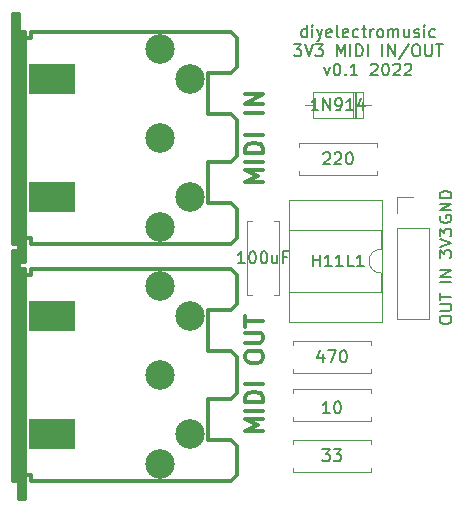
<source format=gbr>
%TF.GenerationSoftware,KiCad,Pcbnew,(6.0.5)*%
%TF.CreationDate,2022-08-17T10:56:12+01:00*%
%TF.ProjectId,MIDIModule3V3,4d494449-4d6f-4647-956c-653356332e6b,rev?*%
%TF.SameCoordinates,Original*%
%TF.FileFunction,Legend,Top*%
%TF.FilePolarity,Positive*%
%FSLAX46Y46*%
G04 Gerber Fmt 4.6, Leading zero omitted, Abs format (unit mm)*
G04 Created by KiCad (PCBNEW (6.0.5)) date 2022-08-17 10:56:12*
%MOMM*%
%LPD*%
G01*
G04 APERTURE LIST*
%ADD10C,0.150000*%
%ADD11C,0.304800*%
%ADD12C,0.120000*%
%ADD13C,2.499360*%
%ADD14R,4.000000X2.500000*%
G04 APERTURE END LIST*
D10*
X132477523Y-66152380D02*
X132477523Y-65152380D01*
X132477523Y-66104761D02*
X132382285Y-66152380D01*
X132191809Y-66152380D01*
X132096571Y-66104761D01*
X132048952Y-66057142D01*
X132001333Y-65961904D01*
X132001333Y-65676190D01*
X132048952Y-65580952D01*
X132096571Y-65533333D01*
X132191809Y-65485714D01*
X132382285Y-65485714D01*
X132477523Y-65533333D01*
X132953714Y-66152380D02*
X132953714Y-65485714D01*
X132953714Y-65152380D02*
X132906095Y-65200000D01*
X132953714Y-65247619D01*
X133001333Y-65200000D01*
X132953714Y-65152380D01*
X132953714Y-65247619D01*
X133334666Y-65485714D02*
X133572761Y-66152380D01*
X133810857Y-65485714D02*
X133572761Y-66152380D01*
X133477523Y-66390476D01*
X133429904Y-66438095D01*
X133334666Y-66485714D01*
X134572761Y-66104761D02*
X134477523Y-66152380D01*
X134287047Y-66152380D01*
X134191809Y-66104761D01*
X134144190Y-66009523D01*
X134144190Y-65628571D01*
X134191809Y-65533333D01*
X134287047Y-65485714D01*
X134477523Y-65485714D01*
X134572761Y-65533333D01*
X134620380Y-65628571D01*
X134620380Y-65723809D01*
X134144190Y-65819047D01*
X135191809Y-66152380D02*
X135096571Y-66104761D01*
X135048952Y-66009523D01*
X135048952Y-65152380D01*
X135953714Y-66104761D02*
X135858476Y-66152380D01*
X135668000Y-66152380D01*
X135572761Y-66104761D01*
X135525142Y-66009523D01*
X135525142Y-65628571D01*
X135572761Y-65533333D01*
X135668000Y-65485714D01*
X135858476Y-65485714D01*
X135953714Y-65533333D01*
X136001333Y-65628571D01*
X136001333Y-65723809D01*
X135525142Y-65819047D01*
X136858476Y-66104761D02*
X136763238Y-66152380D01*
X136572761Y-66152380D01*
X136477523Y-66104761D01*
X136429904Y-66057142D01*
X136382285Y-65961904D01*
X136382285Y-65676190D01*
X136429904Y-65580952D01*
X136477523Y-65533333D01*
X136572761Y-65485714D01*
X136763238Y-65485714D01*
X136858476Y-65533333D01*
X137144190Y-65485714D02*
X137525142Y-65485714D01*
X137287047Y-65152380D02*
X137287047Y-66009523D01*
X137334666Y-66104761D01*
X137429904Y-66152380D01*
X137525142Y-66152380D01*
X137858476Y-66152380D02*
X137858476Y-65485714D01*
X137858476Y-65676190D02*
X137906095Y-65580952D01*
X137953714Y-65533333D01*
X138048952Y-65485714D01*
X138144190Y-65485714D01*
X138620380Y-66152380D02*
X138525142Y-66104761D01*
X138477523Y-66057142D01*
X138429904Y-65961904D01*
X138429904Y-65676190D01*
X138477523Y-65580952D01*
X138525142Y-65533333D01*
X138620380Y-65485714D01*
X138763238Y-65485714D01*
X138858476Y-65533333D01*
X138906095Y-65580952D01*
X138953714Y-65676190D01*
X138953714Y-65961904D01*
X138906095Y-66057142D01*
X138858476Y-66104761D01*
X138763238Y-66152380D01*
X138620380Y-66152380D01*
X139382285Y-66152380D02*
X139382285Y-65485714D01*
X139382285Y-65580952D02*
X139429904Y-65533333D01*
X139525142Y-65485714D01*
X139668000Y-65485714D01*
X139763238Y-65533333D01*
X139810857Y-65628571D01*
X139810857Y-66152380D01*
X139810857Y-65628571D02*
X139858476Y-65533333D01*
X139953714Y-65485714D01*
X140096571Y-65485714D01*
X140191809Y-65533333D01*
X140239428Y-65628571D01*
X140239428Y-66152380D01*
X141144190Y-65485714D02*
X141144190Y-66152380D01*
X140715619Y-65485714D02*
X140715619Y-66009523D01*
X140763238Y-66104761D01*
X140858476Y-66152380D01*
X141001333Y-66152380D01*
X141096571Y-66104761D01*
X141144190Y-66057142D01*
X141572761Y-66104761D02*
X141668000Y-66152380D01*
X141858476Y-66152380D01*
X141953714Y-66104761D01*
X142001333Y-66009523D01*
X142001333Y-65961904D01*
X141953714Y-65866666D01*
X141858476Y-65819047D01*
X141715619Y-65819047D01*
X141620380Y-65771428D01*
X141572761Y-65676190D01*
X141572761Y-65628571D01*
X141620380Y-65533333D01*
X141715619Y-65485714D01*
X141858476Y-65485714D01*
X141953714Y-65533333D01*
X142429904Y-66152380D02*
X142429904Y-65485714D01*
X142429904Y-65152380D02*
X142382285Y-65200000D01*
X142429904Y-65247619D01*
X142477523Y-65200000D01*
X142429904Y-65152380D01*
X142429904Y-65247619D01*
X143334666Y-66104761D02*
X143239428Y-66152380D01*
X143048952Y-66152380D01*
X142953714Y-66104761D01*
X142906095Y-66057142D01*
X142858476Y-65961904D01*
X142858476Y-65676190D01*
X142906095Y-65580952D01*
X142953714Y-65533333D01*
X143048952Y-65485714D01*
X143239428Y-65485714D01*
X143334666Y-65533333D01*
X131406095Y-66762380D02*
X132025142Y-66762380D01*
X131691809Y-67143333D01*
X131834666Y-67143333D01*
X131929904Y-67190952D01*
X131977523Y-67238571D01*
X132025142Y-67333809D01*
X132025142Y-67571904D01*
X131977523Y-67667142D01*
X131929904Y-67714761D01*
X131834666Y-67762380D01*
X131548952Y-67762380D01*
X131453714Y-67714761D01*
X131406095Y-67667142D01*
X132310857Y-66762380D02*
X132644190Y-67762380D01*
X132977523Y-66762380D01*
X133215619Y-66762380D02*
X133834666Y-66762380D01*
X133501333Y-67143333D01*
X133644190Y-67143333D01*
X133739428Y-67190952D01*
X133787047Y-67238571D01*
X133834666Y-67333809D01*
X133834666Y-67571904D01*
X133787047Y-67667142D01*
X133739428Y-67714761D01*
X133644190Y-67762380D01*
X133358476Y-67762380D01*
X133263238Y-67714761D01*
X133215619Y-67667142D01*
X135025142Y-67762380D02*
X135025142Y-66762380D01*
X135358476Y-67476666D01*
X135691809Y-66762380D01*
X135691809Y-67762380D01*
X136168000Y-67762380D02*
X136168000Y-66762380D01*
X136644190Y-67762380D02*
X136644190Y-66762380D01*
X136882285Y-66762380D01*
X137025142Y-66810000D01*
X137120380Y-66905238D01*
X137168000Y-67000476D01*
X137215619Y-67190952D01*
X137215619Y-67333809D01*
X137168000Y-67524285D01*
X137120380Y-67619523D01*
X137025142Y-67714761D01*
X136882285Y-67762380D01*
X136644190Y-67762380D01*
X137644190Y-67762380D02*
X137644190Y-66762380D01*
X138882285Y-67762380D02*
X138882285Y-66762380D01*
X139358476Y-67762380D02*
X139358476Y-66762380D01*
X139929904Y-67762380D01*
X139929904Y-66762380D01*
X141120380Y-66714761D02*
X140263238Y-68000476D01*
X141644190Y-66762380D02*
X141834666Y-66762380D01*
X141929904Y-66810000D01*
X142025142Y-66905238D01*
X142072761Y-67095714D01*
X142072761Y-67429047D01*
X142025142Y-67619523D01*
X141929904Y-67714761D01*
X141834666Y-67762380D01*
X141644190Y-67762380D01*
X141548952Y-67714761D01*
X141453714Y-67619523D01*
X141406095Y-67429047D01*
X141406095Y-67095714D01*
X141453714Y-66905238D01*
X141548952Y-66810000D01*
X141644190Y-66762380D01*
X142501333Y-66762380D02*
X142501333Y-67571904D01*
X142548952Y-67667142D01*
X142596571Y-67714761D01*
X142691809Y-67762380D01*
X142882285Y-67762380D01*
X142977523Y-67714761D01*
X143025142Y-67667142D01*
X143072761Y-67571904D01*
X143072761Y-66762380D01*
X143406095Y-66762380D02*
X143977523Y-66762380D01*
X143691809Y-67762380D02*
X143691809Y-66762380D01*
X133953714Y-68705714D02*
X134191809Y-69372380D01*
X134429904Y-68705714D01*
X135001333Y-68372380D02*
X135096571Y-68372380D01*
X135191809Y-68420000D01*
X135239428Y-68467619D01*
X135287047Y-68562857D01*
X135334666Y-68753333D01*
X135334666Y-68991428D01*
X135287047Y-69181904D01*
X135239428Y-69277142D01*
X135191809Y-69324761D01*
X135096571Y-69372380D01*
X135001333Y-69372380D01*
X134906095Y-69324761D01*
X134858476Y-69277142D01*
X134810857Y-69181904D01*
X134763238Y-68991428D01*
X134763238Y-68753333D01*
X134810857Y-68562857D01*
X134858476Y-68467619D01*
X134906095Y-68420000D01*
X135001333Y-68372380D01*
X135763238Y-69277142D02*
X135810857Y-69324761D01*
X135763238Y-69372380D01*
X135715619Y-69324761D01*
X135763238Y-69277142D01*
X135763238Y-69372380D01*
X136763238Y-69372380D02*
X136191809Y-69372380D01*
X136477523Y-69372380D02*
X136477523Y-68372380D01*
X136382285Y-68515238D01*
X136287047Y-68610476D01*
X136191809Y-68658095D01*
X137906095Y-68467619D02*
X137953714Y-68420000D01*
X138048952Y-68372380D01*
X138287047Y-68372380D01*
X138382285Y-68420000D01*
X138429904Y-68467619D01*
X138477523Y-68562857D01*
X138477523Y-68658095D01*
X138429904Y-68800952D01*
X137858476Y-69372380D01*
X138477523Y-69372380D01*
X139096571Y-68372380D02*
X139191809Y-68372380D01*
X139287047Y-68420000D01*
X139334666Y-68467619D01*
X139382285Y-68562857D01*
X139429904Y-68753333D01*
X139429904Y-68991428D01*
X139382285Y-69181904D01*
X139334666Y-69277142D01*
X139287047Y-69324761D01*
X139191809Y-69372380D01*
X139096571Y-69372380D01*
X139001333Y-69324761D01*
X138953714Y-69277142D01*
X138906095Y-69181904D01*
X138858476Y-68991428D01*
X138858476Y-68753333D01*
X138906095Y-68562857D01*
X138953714Y-68467619D01*
X139001333Y-68420000D01*
X139096571Y-68372380D01*
X139810857Y-68467619D02*
X139858476Y-68420000D01*
X139953714Y-68372380D01*
X140191809Y-68372380D01*
X140287047Y-68420000D01*
X140334666Y-68467619D01*
X140382285Y-68562857D01*
X140382285Y-68658095D01*
X140334666Y-68800952D01*
X139763238Y-69372380D01*
X140382285Y-69372380D01*
X140763238Y-68467619D02*
X140810857Y-68420000D01*
X140906095Y-68372380D01*
X141144190Y-68372380D01*
X141239428Y-68420000D01*
X141287047Y-68467619D01*
X141334666Y-68562857D01*
X141334666Y-68658095D01*
X141287047Y-68800952D01*
X140715619Y-69372380D01*
X141334666Y-69372380D01*
X143724380Y-90154000D02*
X143724380Y-89963523D01*
X143772000Y-89868285D01*
X143867238Y-89773047D01*
X144057714Y-89725428D01*
X144391047Y-89725428D01*
X144581523Y-89773047D01*
X144676761Y-89868285D01*
X144724380Y-89963523D01*
X144724380Y-90154000D01*
X144676761Y-90249238D01*
X144581523Y-90344476D01*
X144391047Y-90392095D01*
X144057714Y-90392095D01*
X143867238Y-90344476D01*
X143772000Y-90249238D01*
X143724380Y-90154000D01*
X143724380Y-89296857D02*
X144533904Y-89296857D01*
X144629142Y-89249238D01*
X144676761Y-89201619D01*
X144724380Y-89106380D01*
X144724380Y-88915904D01*
X144676761Y-88820666D01*
X144629142Y-88773047D01*
X144533904Y-88725428D01*
X143724380Y-88725428D01*
X143724380Y-88392095D02*
X143724380Y-87820666D01*
X144724380Y-88106380D02*
X143724380Y-88106380D01*
X144724380Y-86883809D02*
X143724380Y-86883809D01*
X144724380Y-86407619D02*
X143724380Y-86407619D01*
X144724380Y-85836190D01*
X143724380Y-85836190D01*
X143772000Y-81279904D02*
X143724380Y-81375142D01*
X143724380Y-81518000D01*
X143772000Y-81660857D01*
X143867238Y-81756095D01*
X143962476Y-81803714D01*
X144152952Y-81851333D01*
X144295809Y-81851333D01*
X144486285Y-81803714D01*
X144581523Y-81756095D01*
X144676761Y-81660857D01*
X144724380Y-81518000D01*
X144724380Y-81422761D01*
X144676761Y-81279904D01*
X144629142Y-81232285D01*
X144295809Y-81232285D01*
X144295809Y-81422761D01*
X144724380Y-80803714D02*
X143724380Y-80803714D01*
X144724380Y-80232285D01*
X143724380Y-80232285D01*
X144724380Y-79756095D02*
X143724380Y-79756095D01*
X143724380Y-79518000D01*
X143772000Y-79375142D01*
X143867238Y-79279904D01*
X143962476Y-79232285D01*
X144152952Y-79184666D01*
X144295809Y-79184666D01*
X144486285Y-79232285D01*
X144581523Y-79279904D01*
X144676761Y-79375142D01*
X144724380Y-79518000D01*
X144724380Y-79756095D01*
X143724380Y-84804095D02*
X143724380Y-84185047D01*
X144105333Y-84518380D01*
X144105333Y-84375523D01*
X144152952Y-84280285D01*
X144200571Y-84232666D01*
X144295809Y-84185047D01*
X144533904Y-84185047D01*
X144629142Y-84232666D01*
X144676761Y-84280285D01*
X144724380Y-84375523D01*
X144724380Y-84661238D01*
X144676761Y-84756476D01*
X144629142Y-84804095D01*
X143724380Y-83899333D02*
X144724380Y-83566000D01*
X143724380Y-83232666D01*
X143724380Y-82994571D02*
X143724380Y-82375523D01*
X144105333Y-82708857D01*
X144105333Y-82566000D01*
X144152952Y-82470761D01*
X144200571Y-82423142D01*
X144295809Y-82375523D01*
X144533904Y-82375523D01*
X144629142Y-82423142D01*
X144676761Y-82470761D01*
X144724380Y-82566000D01*
X144724380Y-82851714D01*
X144676761Y-82946952D01*
X144629142Y-82994571D01*
%TO.C,U1*%
X133008952Y-85552380D02*
X133008952Y-84552380D01*
X133008952Y-85028571D02*
X133580380Y-85028571D01*
X133580380Y-85552380D02*
X133580380Y-84552380D01*
X134580380Y-85552380D02*
X134008952Y-85552380D01*
X134294666Y-85552380D02*
X134294666Y-84552380D01*
X134199428Y-84695238D01*
X134104190Y-84790476D01*
X134008952Y-84838095D01*
X135532761Y-85552380D02*
X134961333Y-85552380D01*
X135247047Y-85552380D02*
X135247047Y-84552380D01*
X135151809Y-84695238D01*
X135056571Y-84790476D01*
X134961333Y-84838095D01*
X136437523Y-85552380D02*
X135961333Y-85552380D01*
X135961333Y-84552380D01*
X137294666Y-85552380D02*
X136723238Y-85552380D01*
X137008952Y-85552380D02*
X137008952Y-84552380D01*
X136913714Y-84695238D01*
X136818476Y-84790476D01*
X136723238Y-84838095D01*
%TO.C,R4*%
X133858095Y-93003714D02*
X133858095Y-93670380D01*
X133620000Y-92622761D02*
X133381904Y-93337047D01*
X134000952Y-93337047D01*
X134286666Y-92670380D02*
X134953333Y-92670380D01*
X134524761Y-93670380D01*
X135524761Y-92670380D02*
X135620000Y-92670380D01*
X135715238Y-92718000D01*
X135762857Y-92765619D01*
X135810476Y-92860857D01*
X135858095Y-93051333D01*
X135858095Y-93289428D01*
X135810476Y-93479904D01*
X135762857Y-93575142D01*
X135715238Y-93622761D01*
X135620000Y-93670380D01*
X135524761Y-93670380D01*
X135429523Y-93622761D01*
X135381904Y-93575142D01*
X135334285Y-93479904D01*
X135286666Y-93289428D01*
X135286666Y-93051333D01*
X135334285Y-92860857D01*
X135381904Y-92765619D01*
X135429523Y-92718000D01*
X135524761Y-92670380D01*
%TO.C,R3*%
X134429523Y-97988380D02*
X133858095Y-97988380D01*
X134143809Y-97988380D02*
X134143809Y-96988380D01*
X134048571Y-97131238D01*
X133953333Y-97226476D01*
X133858095Y-97274095D01*
X135048571Y-96988380D02*
X135143809Y-96988380D01*
X135239047Y-97036000D01*
X135286666Y-97083619D01*
X135334285Y-97178857D01*
X135381904Y-97369333D01*
X135381904Y-97607428D01*
X135334285Y-97797904D01*
X135286666Y-97893142D01*
X135239047Y-97940761D01*
X135143809Y-97988380D01*
X135048571Y-97988380D01*
X134953333Y-97940761D01*
X134905714Y-97893142D01*
X134858095Y-97797904D01*
X134810476Y-97607428D01*
X134810476Y-97369333D01*
X134858095Y-97178857D01*
X134905714Y-97083619D01*
X134953333Y-97036000D01*
X135048571Y-96988380D01*
%TO.C,R2*%
X133810476Y-101052380D02*
X134429523Y-101052380D01*
X134096190Y-101433333D01*
X134239047Y-101433333D01*
X134334285Y-101480952D01*
X134381904Y-101528571D01*
X134429523Y-101623809D01*
X134429523Y-101861904D01*
X134381904Y-101957142D01*
X134334285Y-102004761D01*
X134239047Y-102052380D01*
X133953333Y-102052380D01*
X133858095Y-102004761D01*
X133810476Y-101957142D01*
X134762857Y-101052380D02*
X135381904Y-101052380D01*
X135048571Y-101433333D01*
X135191428Y-101433333D01*
X135286666Y-101480952D01*
X135334285Y-101528571D01*
X135381904Y-101623809D01*
X135381904Y-101861904D01*
X135334285Y-101957142D01*
X135286666Y-102004761D01*
X135191428Y-102052380D01*
X134905714Y-102052380D01*
X134810476Y-102004761D01*
X134762857Y-101957142D01*
%TO.C,R1*%
X133889904Y-76001619D02*
X133937523Y-75954000D01*
X134032761Y-75906380D01*
X134270857Y-75906380D01*
X134366095Y-75954000D01*
X134413714Y-76001619D01*
X134461333Y-76096857D01*
X134461333Y-76192095D01*
X134413714Y-76334952D01*
X133842285Y-76906380D01*
X134461333Y-76906380D01*
X134842285Y-76001619D02*
X134889904Y-75954000D01*
X134985142Y-75906380D01*
X135223238Y-75906380D01*
X135318476Y-75954000D01*
X135366095Y-76001619D01*
X135413714Y-76096857D01*
X135413714Y-76192095D01*
X135366095Y-76334952D01*
X134794666Y-76906380D01*
X135413714Y-76906380D01*
X136032761Y-75906380D02*
X136128000Y-75906380D01*
X136223238Y-75954000D01*
X136270857Y-76001619D01*
X136318476Y-76096857D01*
X136366095Y-76287333D01*
X136366095Y-76525428D01*
X136318476Y-76715904D01*
X136270857Y-76811142D01*
X136223238Y-76858761D01*
X136128000Y-76906380D01*
X136032761Y-76906380D01*
X135937523Y-76858761D01*
X135889904Y-76811142D01*
X135842285Y-76715904D01*
X135794666Y-76525428D01*
X135794666Y-76287333D01*
X135842285Y-76096857D01*
X135889904Y-76001619D01*
X135937523Y-75954000D01*
X136032761Y-75906380D01*
D11*
%TO.C,J2*%
X128784168Y-99495428D02*
X127260168Y-99495428D01*
X128348740Y-98987428D01*
X127260168Y-98479428D01*
X128784168Y-98479428D01*
X128784168Y-97753714D02*
X127260168Y-97753714D01*
X128784168Y-97028000D02*
X127260168Y-97028000D01*
X127260168Y-96665142D01*
X127332740Y-96447428D01*
X127477882Y-96302285D01*
X127623025Y-96229714D01*
X127913311Y-96157142D01*
X128131025Y-96157142D01*
X128421311Y-96229714D01*
X128566454Y-96302285D01*
X128711597Y-96447428D01*
X128784168Y-96665142D01*
X128784168Y-97028000D01*
X128784168Y-95504000D02*
X127260168Y-95504000D01*
X127260168Y-93326857D02*
X127260168Y-93036571D01*
X127332740Y-92891428D01*
X127477882Y-92746285D01*
X127768168Y-92673714D01*
X128276168Y-92673714D01*
X128566454Y-92746285D01*
X128711597Y-92891428D01*
X128784168Y-93036571D01*
X128784168Y-93326857D01*
X128711597Y-93472000D01*
X128566454Y-93617142D01*
X128276168Y-93689714D01*
X127768168Y-93689714D01*
X127477882Y-93617142D01*
X127332740Y-93472000D01*
X127260168Y-93326857D01*
X127260168Y-92020571D02*
X128493882Y-92020571D01*
X128639025Y-91948000D01*
X128711597Y-91875428D01*
X128784168Y-91730285D01*
X128784168Y-91440000D01*
X128711597Y-91294857D01*
X128639025Y-91222285D01*
X128493882Y-91149714D01*
X127260168Y-91149714D01*
X127260168Y-90641714D02*
X127260168Y-89770857D01*
X128784168Y-90206285D02*
X127260168Y-90206285D01*
%TO.C,J1*%
X128784168Y-78413428D02*
X127260168Y-78413428D01*
X128348740Y-77905428D01*
X127260168Y-77397428D01*
X128784168Y-77397428D01*
X128784168Y-76671714D02*
X127260168Y-76671714D01*
X128784168Y-75946000D02*
X127260168Y-75946000D01*
X127260168Y-75583142D01*
X127332740Y-75365428D01*
X127477882Y-75220285D01*
X127623025Y-75147714D01*
X127913311Y-75075142D01*
X128131025Y-75075142D01*
X128421311Y-75147714D01*
X128566454Y-75220285D01*
X128711597Y-75365428D01*
X128784168Y-75583142D01*
X128784168Y-75946000D01*
X128784168Y-74422000D02*
X127260168Y-74422000D01*
X128784168Y-72535142D02*
X127260168Y-72535142D01*
X128784168Y-71809428D02*
X127260168Y-71809428D01*
X128784168Y-70938571D01*
X127260168Y-70938571D01*
D10*
%TO.C,D1*%
X133461333Y-72334380D02*
X132889904Y-72334380D01*
X133175619Y-72334380D02*
X133175619Y-71334380D01*
X133080380Y-71477238D01*
X132985142Y-71572476D01*
X132889904Y-71620095D01*
X133889904Y-72334380D02*
X133889904Y-71334380D01*
X134461333Y-72334380D01*
X134461333Y-71334380D01*
X134985142Y-72334380D02*
X135175619Y-72334380D01*
X135270857Y-72286761D01*
X135318476Y-72239142D01*
X135413714Y-72096285D01*
X135461333Y-71905809D01*
X135461333Y-71524857D01*
X135413714Y-71429619D01*
X135366095Y-71382000D01*
X135270857Y-71334380D01*
X135080380Y-71334380D01*
X134985142Y-71382000D01*
X134937523Y-71429619D01*
X134889904Y-71524857D01*
X134889904Y-71762952D01*
X134937523Y-71858190D01*
X134985142Y-71905809D01*
X135080380Y-71953428D01*
X135270857Y-71953428D01*
X135366095Y-71905809D01*
X135413714Y-71858190D01*
X135461333Y-71762952D01*
X136413714Y-72334380D02*
X135842285Y-72334380D01*
X136128000Y-72334380D02*
X136128000Y-71334380D01*
X136032761Y-71477238D01*
X135937523Y-71572476D01*
X135842285Y-71620095D01*
X137270857Y-71667714D02*
X137270857Y-72334380D01*
X137032761Y-71286761D02*
X136794666Y-72001047D01*
X137413714Y-72001047D01*
%TO.C,C1*%
X127230380Y-85288380D02*
X126658952Y-85288380D01*
X126944666Y-85288380D02*
X126944666Y-84288380D01*
X126849428Y-84431238D01*
X126754190Y-84526476D01*
X126658952Y-84574095D01*
X127849428Y-84288380D02*
X127944666Y-84288380D01*
X128039904Y-84336000D01*
X128087523Y-84383619D01*
X128135142Y-84478857D01*
X128182761Y-84669333D01*
X128182761Y-84907428D01*
X128135142Y-85097904D01*
X128087523Y-85193142D01*
X128039904Y-85240761D01*
X127944666Y-85288380D01*
X127849428Y-85288380D01*
X127754190Y-85240761D01*
X127706571Y-85193142D01*
X127658952Y-85097904D01*
X127611333Y-84907428D01*
X127611333Y-84669333D01*
X127658952Y-84478857D01*
X127706571Y-84383619D01*
X127754190Y-84336000D01*
X127849428Y-84288380D01*
X128801809Y-84288380D02*
X128897047Y-84288380D01*
X128992285Y-84336000D01*
X129039904Y-84383619D01*
X129087523Y-84478857D01*
X129135142Y-84669333D01*
X129135142Y-84907428D01*
X129087523Y-85097904D01*
X129039904Y-85193142D01*
X128992285Y-85240761D01*
X128897047Y-85288380D01*
X128801809Y-85288380D01*
X128706571Y-85240761D01*
X128658952Y-85193142D01*
X128611333Y-85097904D01*
X128563714Y-84907428D01*
X128563714Y-84669333D01*
X128611333Y-84478857D01*
X128658952Y-84383619D01*
X128706571Y-84336000D01*
X128801809Y-84288380D01*
X129992285Y-84621714D02*
X129992285Y-85288380D01*
X129563714Y-84621714D02*
X129563714Y-85145523D01*
X129611333Y-85240761D01*
X129706571Y-85288380D01*
X129849428Y-85288380D01*
X129944666Y-85240761D01*
X129992285Y-85193142D01*
X130801809Y-84764571D02*
X130468476Y-84764571D01*
X130468476Y-85288380D02*
X130468476Y-84288380D01*
X130944666Y-84288380D01*
D12*
%TO.C,U1*%
X138754000Y-84100000D02*
G75*
G03*
X138754000Y-86100000I0J-1000000D01*
G01*
X138754000Y-87750000D02*
X138754000Y-86100000D01*
X130954000Y-90240000D02*
X138814000Y-90240000D01*
X130954000Y-79960000D02*
X130954000Y-90240000D01*
X131014000Y-82450000D02*
X131014000Y-87750000D01*
X131014000Y-87750000D02*
X138754000Y-87750000D01*
X138814000Y-79960000D02*
X130954000Y-79960000D01*
X138814000Y-90240000D02*
X138814000Y-79960000D01*
X138754000Y-82450000D02*
X131014000Y-82450000D01*
X138754000Y-84100000D02*
X138754000Y-82450000D01*
%TO.C,R4*%
X131350000Y-91848000D02*
X131350000Y-92178000D01*
X137890000Y-94588000D02*
X131350000Y-94588000D01*
X137890000Y-91848000D02*
X131350000Y-91848000D01*
X137890000Y-92178000D02*
X137890000Y-91848000D01*
X137890000Y-94258000D02*
X137890000Y-94588000D01*
X131350000Y-94588000D02*
X131350000Y-94258000D01*
%TO.C,R3*%
X137890000Y-98652000D02*
X137890000Y-98322000D01*
X131350000Y-95912000D02*
X137890000Y-95912000D01*
X131350000Y-98652000D02*
X137890000Y-98652000D01*
X131350000Y-98322000D02*
X131350000Y-98652000D01*
X131350000Y-96242000D02*
X131350000Y-95912000D01*
X137890000Y-95912000D02*
X137890000Y-96242000D01*
%TO.C,R2*%
X137890000Y-100230000D02*
X137890000Y-100560000D01*
X131350000Y-100560000D02*
X131350000Y-100230000D01*
X131350000Y-102640000D02*
X131350000Y-102970000D01*
X131350000Y-102970000D02*
X137890000Y-102970000D01*
X131350000Y-100230000D02*
X137890000Y-100230000D01*
X137890000Y-102970000D02*
X137890000Y-102640000D01*
%TO.C,R1*%
X138398000Y-77824000D02*
X138398000Y-77494000D01*
X131858000Y-75084000D02*
X138398000Y-75084000D01*
X131858000Y-77824000D02*
X138398000Y-77824000D01*
X131858000Y-77494000D02*
X131858000Y-77824000D01*
X131858000Y-75414000D02*
X131858000Y-75084000D01*
X138398000Y-75084000D02*
X138398000Y-75414000D01*
%TO.C,J3*%
X142808000Y-82306000D02*
X142808000Y-89986000D01*
X140148000Y-81036000D02*
X140148000Y-79706000D01*
X140148000Y-89986000D02*
X142808000Y-89986000D01*
X140148000Y-82306000D02*
X142808000Y-82306000D01*
X140148000Y-79706000D02*
X141478000Y-79706000D01*
X140148000Y-82306000D02*
X140148000Y-89986000D01*
D11*
%TO.C,J2*%
X108343700Y-85742780D02*
X108343700Y-105242360D01*
X108094780Y-103741220D02*
X108094780Y-85742780D01*
X107843320Y-84241640D02*
X107843320Y-103741220D01*
X126093220Y-85742780D02*
X109093000Y-85742780D01*
X126093220Y-85742780D02*
X126593600Y-86243160D01*
X126593600Y-86243160D02*
X126593600Y-88742520D01*
X126593600Y-88742520D02*
X126093220Y-89242900D01*
X126093220Y-89242900D02*
X124094240Y-89242900D01*
X124094240Y-89242900D02*
X124094240Y-92743020D01*
X126093220Y-103741220D02*
X109093000Y-103741220D01*
X126093220Y-103741220D02*
X126593600Y-103240840D01*
X126593600Y-103240840D02*
X126593600Y-101241860D01*
X126593600Y-101241860D02*
X126593600Y-100741480D01*
X126593600Y-100741480D02*
X126093220Y-100241100D01*
X126093220Y-100241100D02*
X124094240Y-100241100D01*
X124094240Y-100241100D02*
X124094240Y-96740980D01*
X126593600Y-93240860D02*
X126093220Y-92743020D01*
X126093220Y-92743020D02*
X124094240Y-92743020D01*
X126593600Y-93240860D02*
X126593600Y-96243140D01*
X126593600Y-96243140D02*
X126093220Y-96740980D01*
X126093220Y-96740980D02*
X124094240Y-96740980D01*
X108094780Y-105242360D02*
X108094780Y-103741220D01*
X108094780Y-103741220D02*
X107594400Y-103741220D01*
X107594400Y-103741220D02*
X107594400Y-84241640D01*
X108094780Y-84241640D02*
X108094780Y-85742780D01*
X108094780Y-85742780D02*
X108595160Y-85742780D01*
X108595160Y-85742780D02*
X108595160Y-105242360D01*
X109093000Y-103741220D02*
X109093000Y-103240840D01*
X109093000Y-85742780D02*
X109093000Y-86243160D01*
X108595160Y-103240840D02*
X109093000Y-103240840D01*
X109093000Y-86243160D02*
X108595160Y-86243160D01*
X107594400Y-84241640D02*
X108094780Y-84241640D01*
X108595160Y-105242360D02*
X108094780Y-105242360D01*
%TO.C,J1*%
X108343700Y-65676780D02*
X108343700Y-85176360D01*
X108094780Y-83675220D02*
X108094780Y-65676780D01*
X107843320Y-64175640D02*
X107843320Y-83675220D01*
X126093220Y-65676780D02*
X109093000Y-65676780D01*
X126093220Y-65676780D02*
X126593600Y-66177160D01*
X126593600Y-66177160D02*
X126593600Y-68676520D01*
X126593600Y-68676520D02*
X126093220Y-69176900D01*
X126093220Y-69176900D02*
X124094240Y-69176900D01*
X124094240Y-69176900D02*
X124094240Y-72677020D01*
X126093220Y-83675220D02*
X109093000Y-83675220D01*
X126093220Y-83675220D02*
X126593600Y-83174840D01*
X126593600Y-83174840D02*
X126593600Y-81175860D01*
X126593600Y-81175860D02*
X126593600Y-80675480D01*
X126593600Y-80675480D02*
X126093220Y-80175100D01*
X126093220Y-80175100D02*
X124094240Y-80175100D01*
X124094240Y-80175100D02*
X124094240Y-76674980D01*
X126593600Y-73174860D02*
X126093220Y-72677020D01*
X126093220Y-72677020D02*
X124094240Y-72677020D01*
X126593600Y-73174860D02*
X126593600Y-76177140D01*
X126593600Y-76177140D02*
X126093220Y-76674980D01*
X126093220Y-76674980D02*
X124094240Y-76674980D01*
X108094780Y-85176360D02*
X108094780Y-83675220D01*
X108094780Y-83675220D02*
X107594400Y-83675220D01*
X107594400Y-83675220D02*
X107594400Y-64175640D01*
X108094780Y-64175640D02*
X108094780Y-65676780D01*
X108094780Y-65676780D02*
X108595160Y-65676780D01*
X108595160Y-65676780D02*
X108595160Y-85176360D01*
X109093000Y-83675220D02*
X109093000Y-83174840D01*
X109093000Y-65676780D02*
X109093000Y-66177160D01*
X108595160Y-83174840D02*
X109093000Y-83174840D01*
X109093000Y-66177160D02*
X108595160Y-66177160D01*
X107594400Y-64175640D02*
X108094780Y-64175640D01*
X108595160Y-85176360D02*
X108094780Y-85176360D01*
D12*
%TO.C,D1*%
X133008000Y-73002000D02*
X137248000Y-73002000D01*
X136528000Y-73002000D02*
X136528000Y-70762000D01*
X136648000Y-73002000D02*
X136648000Y-70762000D01*
X133008000Y-70762000D02*
X133008000Y-73002000D01*
X136408000Y-73002000D02*
X136408000Y-70762000D01*
X137898000Y-71882000D02*
X137248000Y-71882000D01*
X137248000Y-73002000D02*
X137248000Y-70762000D01*
X137248000Y-70762000D02*
X133008000Y-70762000D01*
X132358000Y-71882000D02*
X133008000Y-71882000D01*
%TO.C,C1*%
X130148000Y-87956000D02*
X130148000Y-81716000D01*
X127408000Y-87956000D02*
X127853000Y-87956000D01*
X127408000Y-87956000D02*
X127408000Y-81716000D01*
X127408000Y-81716000D02*
X127853000Y-81716000D01*
X129703000Y-81716000D02*
X130148000Y-81716000D01*
X129703000Y-87956000D02*
X130148000Y-87956000D01*
%TD*%
D13*
%TO.C,J2*%
X120091200Y-87243920D03*
X122593100Y-99738180D03*
X120093740Y-94742000D03*
X120091200Y-102240080D03*
X122593100Y-89745820D03*
D14*
X110896300Y-99743260D03*
X110896300Y-89740740D03*
%TD*%
D13*
%TO.C,J1*%
X120091200Y-67177920D03*
X122593100Y-79672180D03*
X120093740Y-74676000D03*
X120091200Y-82174080D03*
X122593100Y-69679820D03*
D14*
X110896300Y-79677260D03*
X110896300Y-69674740D03*
%TD*%
M02*

</source>
